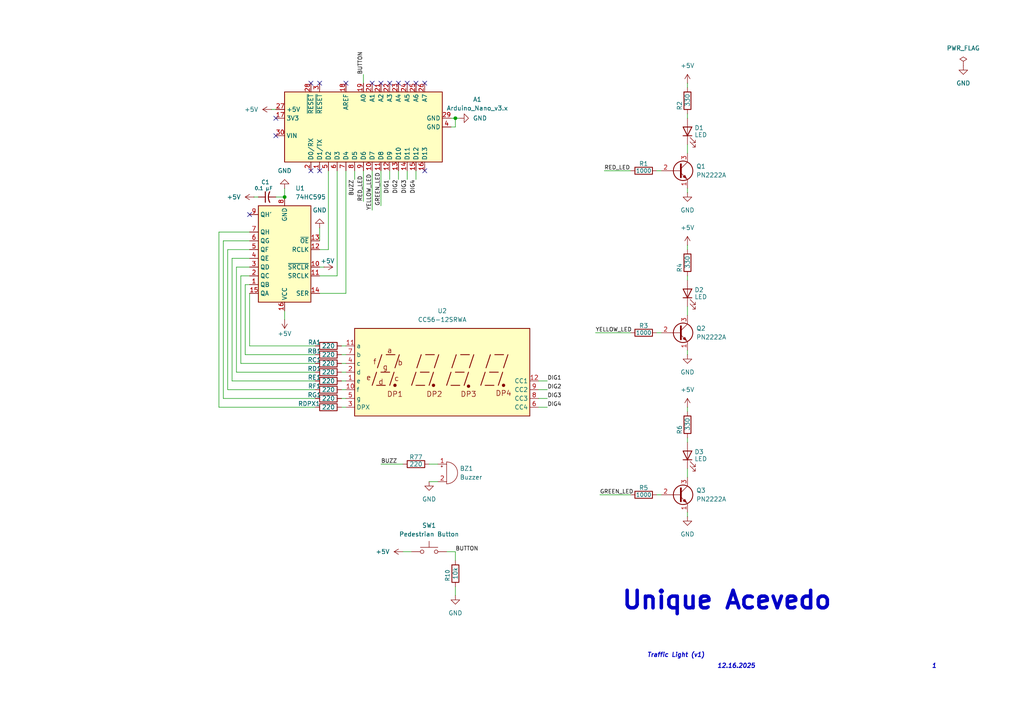
<source format=kicad_sch>
(kicad_sch (version 20250114) (generator "eeschema") (generator_version "9.0")
  (paper "A4")
  (lib_symbols
    (symbol "74xx:74HC595"
      (property "Reference" "U" (at -7.62 13.97 0))
      (property "Value" "74HC595" (at -7.62 -16.51 0))
      (symbol "74HC595_1_0"
        (pin input line (at -10.16 10.16 0) (length 2.54) (name "SER") (number "14"))
        (pin input line (at -10.16 5.08 0) (length 2.54) (name "SRCLK") (number "11"))
        (pin input line (at -10.16 2.54 0) (length 2.54) (name "~{SRCLR}") (number "10"))
        (pin input line (at -10.16 -2.54 0) (length 2.54) (name "RCLK") (number "12"))
        (pin input line (at -10.16 -5.08 0) (length 2.54) (name "~{OE}") (number "13"))
        (pin power_in line (at 0 15.24 270) (length 2.54) (name "VCC") (number "16"))
        (pin power_in line (at 0 -17.78 90) (length 2.54) (name "GND") (number "8"))
        (pin tri_state line (at 10.16 10.16 180) (length 2.54) (name "QA") (number "15"))
        (pin tri_state line (at 10.16 7.62 180) (length 2.54) (name "QB") (number "1"))
        (pin tri_state line (at 10.16 5.08 180) (length 2.54) (name "QC") (number "2"))
        (pin tri_state line (at 10.16 2.54 180) (length 2.54) (name "QD") (number "3"))
        (pin tri_state line (at 10.16 0 180) (length 2.54) (name "QE") (number "4"))
        (pin tri_state line (at 10.16 -2.54 180) (length 2.54) (name "QF") (number "5"))
        (pin tri_state line (at 10.16 -5.08 180) (length 2.54) (name "QG") (number "6"))
        (pin tri_state line (at 10.16 -7.62 180) (length 2.54) (name "QH") (number "7"))
        (pin output line (at 10.16 -12.7 180) (length 2.54) (name "QH'") (number "9"))
      )
      (symbol "74HC595_1_1"
        (rectangle (start -7.62 12.7) (end 7.62 -15.24) (stroke (width 0.254)) (fill (type background)))
      )
    )
    (symbol "Device:Buzzer" (pin_names (offset 0.0254) (hide yes))
      (property "Reference" "BZ" (at 3.81 1.27 0))
      (property "Value" "Buzzer" (at 3.81 -1.27 0))
      (symbol "Buzzer_0_1"
        (polyline (pts (xy -1.651 1.905) (xy -1.143 1.905)))
        (polyline (pts (xy -1.397 2.159) (xy -1.397 1.651)))
        (arc (start 0 3.175) (mid 3.1612 0) (end 0 -3.175))
        (polyline (pts (xy 0 3.175) (xy 0 -3.175)))
      )
      (symbol "Buzzer_1_1"
        (pin passive line (at -2.54 2.54 0) (length 2.54) (name "+") (number "1"))
        (pin passive line (at -2.54 -2.54 0) (length 2.54) (name "-") (number "2"))
      )
    )
    (symbol "Device:C_Small_US" (pin_numbers (hide yes)) (pin_names (offset 0.254) (hide yes))
      (property "Reference" "C" (at 0.254 1.778 0))
      (property "Value" "C_Small_US" (at 0.254 -2.032 0))
      (symbol "C_Small_US_0_1"
        (polyline (pts (xy -1.524 0.508) (xy 1.524 0.508)) (stroke (width 0.3048)))
        (arc (start -1.524 -0.762) (mid 0 -0.3734) (end 1.524 -0.762) (stroke (width 0.3048)))
      )
      (symbol "C_Small_US_1_1"
        (pin passive line (at 0 2.54 270) (length 2.032) (name "~") (number "1"))
        (pin passive line (at 0 -2.54 90) (length 2.032) (name "~") (number "2"))
      )
    )
    (symbol "Device:LED" (pin_numbers (hide yes)) (pin_names (offset 1.016) (hide yes))
      (property "Reference" "D" (at 0 2.54 0))
      (property "Value" "LED" (at 0 -2.54 0))
      (symbol "LED_0_1"
        (polyline (pts (xy -3.048 -0.762) (xy -4.572 -2.286) (xy -3.81 -2.286) (xy -4.572 -2.286) (xy -4.572 -1.524)))
        (polyline (pts (xy -1.778 -0.762) (xy -3.302 -2.286) (xy -2.54 -2.286) (xy -3.302 -2.286) (xy -3.302 -1.524)))
        (polyline (pts (xy -1.27 0) (xy 1.27 0)))
        (polyline (pts (xy -1.27 -1.27) (xy -1.27 1.27)) (stroke (width 0.254)))
        (polyline (pts (xy 1.27 -1.27) (xy 1.27 1.27) (xy -1.27 0) (xy 1.27 -1.27)) (stroke (width 0.254)))
      )
      (symbol "LED_1_1"
        (pin passive line (at -3.81 0 0) (length 2.54) (name "K") (number "1"))
        (pin passive line (at 3.81 0 180) (length 2.54) (name "A") (number "2"))
      )
    )
    (symbol "Device:R" (pin_numbers (hide yes)) (pin_names (offset 0))
      (property "Reference" "R" (at 2.032 0 90))
      (property "Value" "R" (at 0 0 90))
      (symbol "R_0_1"
        (rectangle (start -1.016 -2.54) (end 1.016 2.54) (stroke (width 0.254)))
      )
      (symbol "R_1_1"
        (pin passive line (at 0 3.81 270) (length 1.27) (name "~") (number "1"))
        (pin passive line (at 0 -3.81 90) (length 1.27) (name "~") (number "2"))
      )
    )
    (symbol "Display_Character:CC56-12SRWA"
      (property "Reference" "U" (at -24.13 13.97 0))
      (property "Value" "CC56-12SRWA" (at 17.78 13.97 0))
      (symbol "CC56-12SRWA_0_0"
        (rectangle (start -25.4 12.7) (end 25.4 -12.7) (stroke (width 0.254)) (fill (type background)))
        (polyline (pts (xy -20.32 -3.81) (xy -19.05 0)) (stroke (width 0.254)))
        (polyline (pts (xy -19.05 -3.81) (xy -16.51 -3.81)) (stroke (width 0.254)))
        (polyline (pts (xy -18.796 1.27) (xy -17.526 5.08)) (stroke (width 0.254)))
        (polyline (pts (xy -17.78 0) (xy -15.24 0)) (stroke (width 0.254)))
        (polyline (pts (xy -16.256 5.08) (xy -13.716 5.08)) (stroke (width 0.254)))
        (polyline (pts (xy -15.24 -3.81) (xy -13.97 0)) (stroke (width 0.254)))
        (polyline (pts (xy -13.716 1.27) (xy -12.446 5.08)) (stroke (width 0.254)))
        (polyline (pts (xy -8.89 -3.81) (xy -7.62 0)) (stroke (width 0.254)))
        (polyline (pts (xy -7.62 -3.81) (xy -5.08 -3.81)) (stroke (width 0.254)))
        (polyline (pts (xy -7.366 1.27) (xy -6.096 5.08)) (stroke (width 0.254)))
        (polyline (pts (xy -6.35 0) (xy -3.81 0)) (stroke (width 0.254)))
        (polyline (pts (xy -4.826 5.08) (xy -2.286 5.08)) (stroke (width 0.254)))
        (polyline (pts (xy -3.81 -3.81) (xy -2.54 0)) (stroke (width 0.254)))
        (polyline (pts (xy -2.286 1.27) (xy -1.016 5.08)) (stroke (width 0.254)))
        (polyline (pts (xy 1.27 -3.81) (xy 2.54 0)) (stroke (width 0.254)))
        (polyline (pts (xy 2.54 -3.81) (xy 5.08 -3.81)) (stroke (width 0.254)))
        (polyline (pts (xy 2.794 1.27) (xy 4.064 5.08)) (stroke (width 0.254)))
        (polyline (pts (xy 3.81 0) (xy 6.35 0)) (stroke (width 0.254)))
        (polyline (pts (xy 5.334 5.08) (xy 7.874 5.08)) (stroke (width 0.254)))
        (polyline (pts (xy 6.35 -3.81) (xy 7.62 0)) (stroke (width 0.254)))
        (polyline (pts (xy 7.874 1.27) (xy 9.144 5.08)) (stroke (width 0.254)))
        (polyline (pts (xy 11.176 -3.81) (xy 12.446 0)) (stroke (width 0.254)))
        (polyline (pts (xy 12.446 -3.81) (xy 14.986 -3.81)) (stroke (width 0.254)))
        (polyline (pts (xy 12.7 1.27) (xy 13.97 5.08)) (stroke (width 0.254)))
        (polyline (pts (xy 13.716 0) (xy 16.256 0)) (stroke (width 0.254)))
        (polyline (pts (xy 15.24 5.08) (xy 17.78 5.08)) (stroke (width 0.254)))
        (polyline (pts (xy 16.256 -3.81) (xy 17.526 0)) (stroke (width 0.254)))
        (polyline (pts (xy 17.78 1.27) (xy 19.05 5.08)) (stroke (width 0.254)))
        (text "e" (at -21.336 -1.524 0) (effects (font (size 1.524 1.524))))
        (text "f" (at -19.558 3.048 0) (effects (font (size 1.524 1.524))))
        (text "d" (at -17.78 -2.794 0) (effects (font (size 1.524 1.524))))
        (text "g" (at -16.51 1.524 0) (effects (font (size 1.524 1.524))))
        (text "a" (at -15.24 6.35 0) (effects (font (size 1.524 1.524))))
        (text "DP1" (at -13.716 -6.35 0) (effects (font (size 1.524 1.524))))
        (text "c" (at -13.208 -1.778 0) (effects (font (size 1.524 1.524))))
        (text "b" (at -12.192 2.794 0) (effects (font (size 1.524 1.524))))
        (text "DP2" (at -2.286 -6.35 0) (effects (font (size 1.524 1.524))))
        (text "DP3" (at 7.62 -6.35 0) (effects (font (size 1.524 1.524))))
        (text "DP4" (at 17.78 -6.096 0) (effects (font (size 1.524 1.524))))
      )
      (symbol "CC56-12SRWA_0_1"
        (circle (center -13.716 -3.81) (radius 0.3556) (stroke (width 0.254)) (fill (type outline)))
        (circle (center -2.54 -3.81) (radius 0.3556) (stroke (width 0.254)) (fill (type outline)))
      )
      (symbol "CC56-12SRWA_1_0"
        (circle (center 7.62 -4.064) (radius 0.3556) (stroke (width 0.254)) (fill (type outline)))
        (circle (center 17.78 -3.81) (radius 0.3556) (stroke (width 0.254)) (fill (type outline)))
      )
      (symbol "CC56-12SRWA_1_1"
        (pin input line (at -27.94 7.62 0) (length 2.54) (name "a") (number "11"))
        (pin input line (at -27.94 5.08 0) (length 2.54) (name "b") (number "7"))
        (pin input line (at -27.94 2.54 0) (length 2.54) (name "c") (number "4"))
        (pin input line (at -27.94 0 0) (length 2.54) (name "d") (number "2"))
        (pin input line (at -27.94 -2.54 0) (length 2.54) (name "e") (number "1"))
        (pin input line (at -27.94 -5.08 0) (length 2.54) (name "f") (number "10"))
        (pin input line (at -27.94 -7.62 0) (length 2.54) (name "g") (number "5"))
        (pin input line (at -27.94 -10.16 0) (length 2.54) (name "DPX") (number "3"))
        (pin input line (at 27.94 -2.54 180) (length 2.54) (name "CC1") (number "12"))
        (pin input line (at 27.94 -5.08 180) (length 2.54) (name "CC2") (number "9"))
        (pin input line (at 27.94 -7.62 180) (length 2.54) (name "CC3") (number "8"))
        (pin input line (at 27.94 -10.16 180) (length 2.54) (name "CC4") (number "6"))
      )
    )
    (symbol "MCU_Module:Arduino_Nano_v3.x"
      (property "Reference" "A" (at -10.16 23.495 0))
      (property "Value" "Arduino_Nano_v3.x" (at 5.08 -24.13 0))
      (symbol "Arduino_Nano_v3.x_0_1"
        (rectangle (start -10.16 22.86) (end 10.16 -22.86) (stroke (width 0.254)) (fill (type background)))
      )
      (symbol "Arduino_Nano_v3.x_1_1"
        (pin bidirectional line (at -12.7 15.24 0) (length 2.54) (name "D0/RX") (number "2"))
        (pin bidirectional line (at -12.7 12.7 0) (length 2.54) (name "D1/TX") (number "1"))
        (pin bidirectional line (at -12.7 10.16 0) (length 2.54) (name "D2") (number "5"))
        (pin bidirectional line (at -12.7 7.62 0) (length 2.54) (name "D3") (number "6"))
        (pin bidirectional line (at -12.7 5.08 0) (length 2.54) (name "D4") (number "7"))
        (pin bidirectional line (at -12.7 2.54 0) (length 2.54) (name "D5") (number "8"))
        (pin bidirectional line (at -12.7 0 0) (length 2.54) (name "D6") (number "9"))
        (pin bidirectional line (at -12.7 -2.54 0) (length 2.54) (name "D7") (number "10"))
        (pin bidirectional line (at -12.7 -5.08 0) (length 2.54) (name "D8") (number "11"))
        (pin bidirectional line (at -12.7 -7.62 0) (length 2.54) (name "D9") (number "12"))
        (pin bidirectional line (at -12.7 -10.16 0) (length 2.54) (name "D10") (number "13"))
        (pin bidirectional line (at -12.7 -12.7 0) (length 2.54) (name "D11") (number "14"))
        (pin bidirectional line (at -12.7 -15.24 0) (length 2.54) (name "D12") (number "15"))
        (pin bidirectional line (at -12.7 -17.78 0) (length 2.54) (name "D13") (number "16"))
        (pin power_in line (at -2.54 25.4 270) (length 2.54) (name "VIN") (number "30"))
        (pin power_in line (at 0 -25.4 90) (length 2.54) (name "GND") (number "4"))
        (pin power_out line (at 2.54 25.4 270) (length 2.54) (name "3V3") (number "17"))
        (pin power_in line (at 2.54 -25.4 90) (length 2.54) (name "GND") (number "29"))
        (pin power_out line (at 5.08 25.4 270) (length 2.54) (name "+5V") (number "27"))
        (pin input line (at 12.7 15.24 180) (length 2.54) (name "~{RESET}") (number "28"))
        (pin input line (at 12.7 12.7 180) (length 2.54) (name "~{RESET}") (number "3"))
        (pin input line (at 12.7 5.08 180) (length 2.54) (name "AREF") (number "18"))
        (pin bidirectional line (at 12.7 0 180) (length 2.54) (name "A0") (number "19"))
        (pin bidirectional line (at 12.7 -2.54 180) (length 2.54) (name "A1") (number "20"))
        (pin bidirectional line (at 12.7 -5.08 180) (length 2.54) (name "A2") (number "21"))
        (pin bidirectional line (at 12.7 -7.62 180) (length 2.54) (name "A3") (number "22"))
        (pin bidirectional line (at 12.7 -10.16 180) (length 2.54) (name "A4") (number "23"))
        (pin bidirectional line (at 12.7 -12.7 180) (length 2.54) (name "A5") (number "24"))
        (pin bidirectional line (at 12.7 -15.24 180) (length 2.54) (name "A6") (number "25"))
        (pin bidirectional line (at 12.7 -17.78 180) (length 2.54) (name "A7") (number "26"))
      )
    )
    (symbol "Switch:SW_Push" (pin_numbers (hide yes)) (pin_names (offset 1.016) (hide yes))
      (property "Reference" "SW" (at 1.27 2.54 0))
      (property "Value" "SW_Push" (at 0 -1.524 0))
      (symbol "SW_Push_0_1"
        (circle (center -2.032 0) (radius 0.508))
        (polyline (pts (xy 0 1.27) (xy 0 3.048)))
        (circle (center 2.032 0) (radius 0.508))
        (polyline (pts (xy 2.54 1.27) (xy -2.54 1.27)))
        (pin passive line (at -5.08 0 0) (length 2.54) (name "1") (number "1"))
        (pin passive line (at 5.08 0 180) (length 2.54) (name "2") (number "2"))
      )
    )
    (symbol "Transistor_BJT:PN2222A" (pin_names (offset 0) (hide yes))
      (property "Reference" "Q" (at 5.08 1.905 0))
      (property "Value" "PN2222A" (at 5.08 0 0))
      (symbol "PN2222A_0_1"
        (polyline (pts (xy -2.54 0) (xy 0.635 0)))
        (polyline (pts (xy 0.635 1.905) (xy 0.635 -1.905)) (stroke (width 0.508)))
        (circle (center 1.27 0) (radius 2.8194) (stroke (width 0.254)))
      )
      (symbol "PN2222A_1_1"
        (polyline (pts (xy 0.635 0.635) (xy 2.54 2.54)))
        (polyline (pts (xy 0.635 -0.635) (xy 2.54 -2.54)))
        (polyline (pts (xy 1.27 -1.778) (xy 1.778 -1.27) (xy 2.286 -2.286) (xy 1.27 -1.778)) (fill (type outline)))
        (pin input line (at -5.08 0 0) (length 2.54) (name "B") (number "2"))
        (pin passive line (at 2.54 5.08 270) (length 2.54) (name "C") (number "3"))
        (pin passive line (at 2.54 -5.08 90) (length 2.54) (name "E") (number "1"))
      )
    )
    (symbol "power:+5V" (power) (pin_numbers (hide yes)) (pin_names (offset 0) (hide yes))
      (property "Value" "+5V" (at 0 3.556 0))
      (symbol "+5V_0_1"
        (polyline (pts (xy -0.762 1.27) (xy 0 2.54)))
        (polyline (pts (xy 0 2.54) (xy 0.762 1.27)))
        (polyline (pts (xy 0 0) (xy 0 2.54)))
      )
      (symbol "+5V_1_1"
        (pin power_in line (at 0 0 90) (length 0) (name "~") (number "1"))
      )
    )
    (symbol "power:GND" (power) (pin_numbers (hide yes)) (pin_names (offset 0) (hide yes))
      (property "Value" "GND" (at 0 -3.81 0))
      (symbol "GND_0_1"
        (polyline (pts (xy 0 0) (xy 0 -1.27) (xy 1.27 -1.27) (xy 0 -2.54) (xy -1.27 -1.27) (xy 0 -1.27)))
      )
      (symbol "GND_1_1"
        (pin power_in line (at 0 0 270) (length 0) (name "~") (number "1"))
      )
    )
    (symbol "power:PWR_FLAG" (power) (pin_numbers (hide yes)) (pin_names (offset 0) (hide yes))
      (property "Value" "PWR_FLAG" (at 0 3.81 0))
      (symbol "PWR_FLAG_0_0"
        (pin power_out line (at 0 0 90) (length 0) (name "~") (number "1"))
      )
      (symbol "PWR_FLAG_0_1"
        (polyline (pts (xy 0 0) (xy 0 1.27) (xy -1.016 1.905) (xy 0 2.54) (xy 1.016 1.905) (xy 0 1.27)))
      )
    )
  )
  (text_box "Traffic Light (v1)" (at 186.69 187.96 0) (size 93.98 3.81) (margins 0.9525 0.9525 0.9525 0.9525) (stroke (width -0.0001)) (effects (font (size 1.27 1.27) (thickness 0.254) (bold yes) (italic yes)) (justify left)))
  (text_box "Unique Acevedo" (at 179.07 167.64 0) (size 104.14 12.7) (margins 0.9525 0.9525 0.9525 0.9525) (stroke (width -0.0001)) (effects (font (size 5.08 5.08) (thickness 1.016) (bold yes)) (justify left)))
  (text_box "1" (at 269.24 191.77 0) (size 5.08 2.54) (margins 0.9525 0.9525 0.9525 0.9525) (stroke (width -0.0001)) (effects (font (size 1.27 1.27) (thickness 0.254) (bold yes) (italic yes)) (justify left)))
  (text_box "12.16.2025" (at 207.01 191.77 0) (size 26.67 2.54) (margins 0.9525 0.9525 0.9525 0.9525) (stroke (width -0.0001)) (effects (font (size 1.27 1.27) (thickness 0.254) (bold yes) (italic yes)) (justify left)))
  (junction (at 82.55 57.15))
  (junction (at 132.08 34.29))
  (no_connect (at 123.19 49.53))
  (no_connect (at 118.11 24.13))
  (no_connect (at 90.17 24.13))
  (no_connect (at 92.71 49.53))
  (no_connect (at 113.03 24.13))
  (no_connect (at 80.01 39.37))
  (no_connect (at 120.65 24.13))
  (no_connect (at 90.17 49.53))
  (no_connect (at 100.33 24.13))
  (no_connect (at 107.95 24.13))
  (no_connect (at 80.01 34.29))
  (no_connect (at 72.39 62.23))
  (no_connect (at 92.71 24.13))
  (no_connect (at 110.49 24.13))
  (no_connect (at 123.19 24.13))
  (no_connect (at 115.57 24.13))
  (wire (pts (xy 82.55 90.17) (xy 82.55 92.71)))
  (wire (pts (xy 156.21 115.57) (xy 158.75 115.57)))
  (wire (pts (xy 69.85 105.41) (xy 91.44 105.41)))
  (wire (pts (xy 107.95 49.53) (xy 107.95 60.96)))
  (wire (pts (xy 110.49 49.53) (xy 110.49 59.69)))
  (wire (pts (xy 69.85 80.01) (xy 69.85 105.41)))
  (wire (pts (xy 72.39 100.33) (xy 91.44 100.33)))
  (wire (pts (xy 190.5 49.53) (xy 191.77 49.53)))
  (wire (pts (xy 190.5 96.52) (xy 191.77 96.52)))
  (wire (pts (xy 100.33 85.09) (xy 100.33 49.53)))
  (wire (pts (xy 80.01 57.15) (xy 82.55 57.15)))
  (wire (pts (xy 132.08 170.18) (xy 132.08 172.72)))
  (wire (pts (xy 99.06 102.87) (xy 100.33 102.87)))
  (wire (pts (xy 67.31 74.93) (xy 67.31 110.49)))
  (wire (pts (xy 124.46 134.62) (xy 127 134.62)))
  (wire (pts (xy 99.06 115.57) (xy 100.33 115.57)))
  (wire (pts (xy 99.06 110.49) (xy 100.33 110.49)))
  (wire (pts (xy 63.5 118.11) (xy 91.44 118.11)))
  (wire (pts (xy 116.84 160.02) (xy 119.38 160.02)))
  (wire (pts (xy 71.12 102.87) (xy 91.44 102.87)))
  (wire (pts (xy 129.54 160.02) (xy 132.08 160.02)))
  (wire (pts (xy 72.39 85.09) (xy 72.39 100.33)))
  (wire (pts (xy 124.46 139.7) (xy 127 139.7)))
  (wire (pts (xy 82.55 54.61) (xy 82.55 57.15)))
  (wire (pts (xy 72.39 80.01) (xy 69.85 80.01)))
  (wire (pts (xy 92.71 77.47) (xy 93.98 77.47)))
  (wire (pts (xy 72.39 77.47) (xy 68.58 77.47)))
  (wire (pts (xy 173.99 143.51) (xy 182.88 143.51)))
  (wire (pts (xy 199.39 71.12) (xy 199.39 72.39)))
  (wire (pts (xy 113.03 49.53) (xy 113.03 52.07)))
  (wire (pts (xy 110.49 134.62) (xy 116.84 134.62)))
  (wire (pts (xy 63.5 67.31) (xy 63.5 118.11)))
  (wire (pts (xy 67.31 110.49) (xy 91.44 110.49)))
  (wire (pts (xy 78.74 31.75) (xy 80.01 31.75)))
  (wire (pts (xy 99.06 105.41) (xy 100.33 105.41)))
  (wire (pts (xy 92.71 80.01) (xy 97.79 80.01)))
  (wire (pts (xy 199.39 127) (xy 199.39 128.27)))
  (wire (pts (xy 199.39 80.01) (xy 199.39 81.28)))
  (wire (pts (xy 115.57 49.53) (xy 115.57 52.07)))
  (wire (pts (xy 95.25 72.39) (xy 95.25 49.53)))
  (wire (pts (xy 130.81 36.83) (xy 132.08 36.83)))
  (wire (pts (xy 156.21 110.49) (xy 158.75 110.49)))
  (wire (pts (xy 118.11 49.53) (xy 118.11 52.07)))
  (wire (pts (xy 199.39 118.11) (xy 199.39 119.38)))
  (wire (pts (xy 105.41 49.53) (xy 105.41 58.42)))
  (wire (pts (xy 99.06 100.33) (xy 100.33 100.33)))
  (wire (pts (xy 199.39 101.6) (xy 199.39 102.87)))
  (wire (pts (xy 72.39 82.55) (xy 71.12 82.55)))
  (wire (pts (xy 105.41 21.59) (xy 105.41 24.13)))
  (wire (pts (xy 72.39 74.93) (xy 67.31 74.93)))
  (wire (pts (xy 199.39 41.91) (xy 199.39 44.45)))
  (wire (pts (xy 132.08 36.83) (xy 132.08 34.29)))
  (wire (pts (xy 71.12 82.55) (xy 71.12 102.87)))
  (wire (pts (xy 92.71 85.09) (xy 100.33 85.09)))
  (wire (pts (xy 130.81 34.29) (xy 132.08 34.29)))
  (wire (pts (xy 72.39 69.85) (xy 64.77 69.85)))
  (wire (pts (xy 92.71 66.04) (xy 92.71 69.85)))
  (wire (pts (xy 72.39 72.39) (xy 66.04 72.39)))
  (wire (pts (xy 99.06 118.11) (xy 100.33 118.11)))
  (wire (pts (xy 73.66 57.15) (xy 74.93 57.15)))
  (wire (pts (xy 120.65 49.53) (xy 120.65 52.07)))
  (wire (pts (xy 156.21 118.11) (xy 158.75 118.11)))
  (wire (pts (xy 132.08 160.02) (xy 132.08 162.56)))
  (wire (pts (xy 64.77 115.57) (xy 91.44 115.57)))
  (wire (pts (xy 132.08 34.29) (xy 133.35 34.29)))
  (wire (pts (xy 99.06 107.95) (xy 100.33 107.95)))
  (wire (pts (xy 102.87 49.53) (xy 102.87 52.07)))
  (wire (pts (xy 68.58 77.47) (xy 68.58 107.95)))
  (wire (pts (xy 99.06 113.03) (xy 100.33 113.03)))
  (wire (pts (xy 199.39 54.61) (xy 199.39 55.88)))
  (wire (pts (xy 199.39 33.02) (xy 199.39 34.29)))
  (wire (pts (xy 92.71 72.39) (xy 95.25 72.39)))
  (wire (pts (xy 199.39 135.89) (xy 199.39 138.43)))
  (wire (pts (xy 156.21 113.03) (xy 158.75 113.03)))
  (wire (pts (xy 68.58 107.95) (xy 91.44 107.95)))
  (wire (pts (xy 172.72 96.52) (xy 182.88 96.52)))
  (wire (pts (xy 97.79 80.01) (xy 97.79 49.53)))
  (wire (pts (xy 63.5 67.31) (xy 72.39 67.31)))
  (wire (pts (xy 199.39 88.9) (xy 199.39 91.44)))
  (wire (pts (xy 175.26 49.53) (xy 182.88 49.53)))
  (wire (pts (xy 66.04 113.03) (xy 91.44 113.03)))
  (wire (pts (xy 199.39 148.59) (xy 199.39 149.86)))
  (wire (pts (xy 64.77 69.85) (xy 64.77 115.57)))
  (wire (pts (xy 190.5 143.51) (xy 191.77 143.51)))
  (wire (pts (xy 199.39 24.13) (xy 199.39 25.4)))
  (wire (pts (xy 66.04 72.39) (xy 66.04 113.03)))
  (label "DIG4" (at 120.65 52.07 270) (effects (font (size 1.143 1.143))))
  (label "YELLOW_LED" (at 107.95 60.96 90) (effects (font (size 1.143 1.143))))
  (label "RED_LED" (at 105.41 58.42 90) (effects (font (size 1.143 1.143))))
  (label "BUTTON" (at 132.08 160.02 0) (effects (font (size 1.143 1.143))))
  (label "DIG4" (at 158.75 118.11 0) (effects (font (size 1.143 1.143))))
  (label "DIG1" (at 113.03 52.07 270) (effects (font (size 1.143 1.143))))
  (label "BUTTON" (at 105.41 21.59 90) (effects (font (size 1.143 1.143))))
  (label "DIG3" (at 118.11 52.07 270) (effects (font (size 1.143 1.143))))
  (label "DIG1" (at 158.75 110.49 0) (effects (font (size 1.143 1.143))))
  (label "BUZZ" (at 110.49 134.62 0) (effects (font (size 1.143 1.143))))
  (label "GREEN_LED" (at 173.99 143.51 0) (effects (font (size 1.143 1.143))))
  (label "DIG3" (at 158.75 115.57 0) (effects (font (size 1.143 1.143))))
  (label "DIG2" (at 115.57 52.07 270) (effects (font (size 1.143 1.143))))
  (label "RED_LED" (at 175.26 49.53 0) (effects (font (size 1.143 1.143))))
  (label "BUZZ" (at 102.87 52.07 270) (effects (font (size 1.143 1.143))))
  (label "DIG2" (at 158.75 113.03 0) (effects (font (size 1.143 1.143))))
  (label "GREEN_LED" (at 110.49 59.69 90) (effects (font (size 1.143 1.143))))
  (label "YELLOW_LED" (at 172.72 96.52 0) (effects (font (size 1.143 1.143))))
  (symbol (lib_id "power:GND") (at 199.39 55.88 0) (unit 1)
    (property "Reference" "#PWR08" (effects (hide yes)))
    (property "Value" "GND" (at 199.39 60.96 0))
    (property "Description" "Power symbol creates a global label with name \"GND\" , ground" (effects (hide yes)))
  )
  (symbol (lib_id "MCU_Module:Arduino_Nano_v3.x") (at 105.41 36.83 90) (unit 1)
    (property "Reference" "A1" (at 138.43 28.8446 90))
    (property "Value" "Arduino_Nano_v3.x" (at 138.43 31.3846 90))
    (property "Footprint" "Module:Arduino_Nano_WithMountingHoles" (effects (hide yes)))
    (property "Datasheet" "http://www.mouser.com/pdfdocs/Gravitech_Arduino_Nano3_0.pdf" (effects (hide yes)))
    (property "Description" "Arduino Nano v3.x" (effects (hide yes)))
  )
  (symbol (lib_id "power:+5V") (at 93.98 77.47 270) (unit 1)
    (property "Reference" "#PWR06" (effects (hide yes)))
    (property "Value" "+5V" (at 92.964 75.692 90) (effects (justify left)))
    (property "Description" "Power symbol creates a global label with name \"+5V\"" (effects (hide yes)))
  )
  (symbol (lib_id "power:GND") (at 133.35 34.29 90) (unit 1)
    (property "Reference" "#PWR02" (effects (hide yes)))
    (property "Value" "GND" (at 137.16 34.2899 90) (effects (justify right)))
    (property "Description" "Power symbol creates a global label with name \"GND\" , ground" (effects (hide yes)))
  )
  (symbol (lib_id "Device:LED") (at 199.39 85.09 90) (unit 1)
    (property "Reference" "D2" (at 201.422 84.074 90) (effects (justify right)))
    (property "Value" "LED" (at 201.422 86.106 90) (effects (justify right)))
    (property "Footprint" "LED_THT:LED_D5.0mm" (effects (hide yes)))
    (property "Description" "Light emitting diode" (effects (hide yes)))
    (property "Sim.Pins" "1=K 2=A" (effects (hide yes)))
  )
  (symbol (lib_id "power:PWR_FLAG") (at 279.4 19.05 0) (unit 1)
    (property "Reference" "#FLG01" (effects (hide yes)))
    (property "Value" "PWR_FLAG" (at 279.4 13.97 0))
    (property "Description" "Special symbol for telling ERC where power comes from" (effects (hide yes)))
  )
  (symbol (lib_id "power:GND") (at 82.55 54.61 180) (unit 1)
    (property "Reference" "#PWR04" (effects (hide yes)))
    (property "Value" "GND" (at 82.55 49.53 0))
    (property "Description" "Power symbol creates a global label with name \"GND\" , ground" (effects (hide yes)))
  )
  (symbol (lib_id "Device:R") (at 95.25 105.41 90) (unit 1)
    (property "Reference" "RC1" (at 91.186 104.394 90))
    (property "Value" "220" (at 95.25 105.41 90))
    (property "Footprint" "Resistor_THT:R_Axial_DIN0207_L6.3mm_D2.5mm_P10.16mm_Horizontal" (effects (hide yes)))
    (property "Description" "Resistor" (effects (hide yes)))
  )
  (symbol (lib_id "Device:R") (at 95.25 102.87 90) (unit 1)
    (property "Reference" "RB1" (at 91.186 101.854 90))
    (property "Value" "220" (at 95.25 102.87 90))
    (property "Footprint" "Resistor_THT:R_Axial_DIN0207_L6.3mm_D2.5mm_P10.16mm_Horizontal" (effects (hide yes)))
    (property "Description" "Resistor" (effects (hide yes)))
  )
  (symbol (lib_id "Transistor_BJT:PN2222A") (at 196.85 143.51 0) (unit 1)
    (property "Reference" "Q3" (at 201.93 142.2399 0) (effects (justify left)))
    (property "Value" "PN2222A" (at 201.93 144.7799 0) (effects (justify left)))
    (property "Footprint" "Package_TO_SOT_THT:TO-92_Inline" (effects (hide yes)))
    (property "Datasheet" "https://www.onsemi.com/pub/Collateral/PN2222-D.PDF" (effects (hide yes)))
    (property "Description" "1A Ic, 40V Vce, NPN Transistor, General Purpose Transistor, TO-92" (effects (hide yes)))
  )
  (symbol (lib_id "power:+5V") (at 78.74 31.75 90) (unit 1)
    (property "Reference" "#PWR01" (effects (hide yes)))
    (property "Value" "+5V" (at 74.93 31.7499 90) (effects (justify left)))
    (property "Description" "Power symbol creates a global label with name \"+5V\"" (effects (hide yes)))
  )
  (symbol (lib_id "Device:R") (at 186.69 143.51 90) (unit 1)
    (property "Reference" "R5" (at 186.69 141.478 90))
    (property "Value" "1000" (at 186.69 143.51 90) (effects (font (size 1.143 1.143))))
    (property "Footprint" "Resistor_THT:R_Axial_DIN0207_L6.3mm_D2.5mm_P10.16mm_Horizontal" (effects (hide yes)))
    (property "Description" "Resistor" (effects (hide yes)))
  )
  (symbol (lib_id "Device:R") (at 95.25 115.57 90) (unit 1)
    (property "Reference" "RG1" (at 91.186 114.554 90))
    (property "Value" "220" (at 95.25 115.57 90))
    (property "Footprint" "Resistor_THT:R_Axial_DIN0207_L6.3mm_D2.5mm_P10.16mm_Horizontal" (effects (hide yes)))
    (property "Description" "Resistor" (effects (hide yes)))
  )
  (symbol (lib_id "power:+5V") (at 73.66 57.15 90) (unit 1)
    (property "Reference" "#PWR07" (effects (hide yes)))
    (property "Value" "+5V" (at 69.85 57.1499 90) (effects (justify left)))
    (property "Description" "Power symbol creates a global label with name \"+5V\"" (effects (hide yes)))
  )
  (symbol (lib_id "Device:LED") (at 199.39 132.08 90) (unit 1)
    (property "Reference" "D3" (at 201.422 131.064 90) (effects (justify right)))
    (property "Value" "LED" (at 201.422 133.096 90) (effects (justify right)))
    (property "Footprint" "LED_THT:LED_D5.0mm" (effects (hide yes)))
    (property "Description" "Light emitting diode" (effects (hide yes)))
    (property "Sim.Pins" "1=K 2=A" (effects (hide yes)))
  )
  (symbol (lib_id "74xx:74HC595") (at 82.55 74.93 180) (unit 1)
    (property "Reference" "U1" (at 85.6681 54.61 0) (effects (justify right)))
    (property "Value" "74HC595" (at 85.6681 57.15 0) (effects (justify right)))
    (property "Footprint" "Package_DIP:DIP-16_W7.62mm" (effects (hide yes)))
    (property "Datasheet" "http://www.ti.com/lit/ds/symlink/sn74hc595.pdf" (effects (hide yes)))
    (property "Description" "8-bit serial in/out Shift Register 3-State Outputs" (effects (hide yes)))
  )
  (symbol (lib_id "power:GND") (at 199.39 102.87 0) (unit 1)
    (property "Reference" "#PWR011" (effects (hide yes)))
    (property "Value" "GND" (at 199.39 107.95 0))
    (property "Description" "Power symbol creates a global label with name \"GND\" , ground" (effects (hide yes)))
  )
  (symbol (lib_id "Transistor_BJT:PN2222A") (at 196.85 49.53 0) (unit 1)
    (property "Reference" "Q1" (at 201.93 48.2599 0) (effects (justify left)))
    (property "Value" "PN2222A" (at 201.93 50.7999 0) (effects (justify left)))
    (property "Footprint" "Package_TO_SOT_THT:TO-92_Inline" (effects (hide yes)))
    (property "Datasheet" "https://www.onsemi.com/pub/Collateral/PN2222-D.PDF" (effects (hide yes)))
    (property "Description" "1A Ic, 40V Vce, NPN Transistor, General Purpose Transistor, TO-92" (effects (hide yes)))
  )
  (symbol (lib_id "power:GND") (at 279.4 19.05 0) (unit 1)
    (property "Reference" "#PWR017" (effects (hide yes)))
    (property "Value" "GND" (at 279.4 24.13 0))
    (property "Description" "Power symbol creates a global label with name \"GND\" , ground" (effects (hide yes)))
  )
  (symbol (lib_id "power:+5V") (at 199.39 118.11 0) (unit 1)
    (property "Reference" "#PWR012" (effects (hide yes)))
    (property "Value" "+5V" (at 199.39 113.03 0))
    (property "Description" "Power symbol creates a global label with name \"+5V\"" (effects (hide yes)))
  )
  (symbol (lib_id "power:+5V") (at 82.55 92.71 180) (unit 1)
    (property "Reference" "#PWR03" (effects (hide yes)))
    (property "Value" "+5V" (at 82.55 96.774 0))
    (property "Description" "Power symbol creates a global label with name \"+5V\"" (effects (hide yes)))
  )
  (symbol (lib_id "Device:Buzzer") (at 129.54 137.16 0) (unit 1)
    (property "Reference" "BZ1" (at 133.35 135.8899 0) (effects (justify left)))
    (property "Value" "Buzzer" (at 133.35 138.4299 0) (effects (justify left)))
    (property "Footprint" "Buzzer_Beeper:Buzzer_12x9.5RM7.6" (effects (hide yes)))
    (property "Description" "Buzzer, polarized" (effects (hide yes)))
  )
  (symbol (lib_id "Device:R") (at 95.25 107.95 90) (unit 1)
    (property "Reference" "RD1" (at 91.186 106.934 90))
    (property "Value" "220" (at 95.25 107.95 90))
    (property "Footprint" "Resistor_THT:R_Axial_DIN0207_L6.3mm_D2.5mm_P10.16mm_Horizontal" (effects (hide yes)))
    (property "Description" "Resistor" (effects (hide yes)))
  )
  (symbol (lib_id "Device:R") (at 132.08 166.37 0) (unit 1)
    (property "Reference" "R10" (at 129.794 168.656 90) (effects (font (size 1.143 1.143)) (justify left)))
    (property "Value" "10k" (at 132.08 168.148 90) (effects (justify left)))
    (property "Footprint" "Resistor_THT:R_Axial_DIN0207_L6.3mm_D2.5mm_P10.16mm_Horizontal" (effects (hide yes)))
    (property "Description" "Resistor" (effects (hide yes)))
  )
  (symbol (lib_id "Transistor_BJT:PN2222A") (at 196.85 96.52 0) (unit 1)
    (property "Reference" "Q2" (at 201.93 95.2499 0) (effects (justify left)))
    (property "Value" "PN2222A" (at 201.93 97.7899 0) (effects (justify left)))
    (property "Footprint" "Package_TO_SOT_THT:TO-92_Inline" (effects (hide yes)))
    (property "Datasheet" "https://www.onsemi.com/pub/Collateral/PN2222-D.PDF" (effects (hide yes)))
    (property "Description" "1A Ic, 40V Vce, NPN Transistor, General Purpose Transistor, TO-92" (effects (hide yes)))
  )
  (symbol (lib_id "Device:R") (at 120.65 134.62 90) (unit 1)
    (property "Reference" "R77" (at 120.65 132.588 90))
    (property "Value" "220" (at 120.65 134.62 90))
    (property "Footprint" "Resistor_THT:R_Axial_DIN0207_L6.3mm_D2.5mm_P10.16mm_Horizontal" (effects (hide yes)))
    (property "Description" "Resistor" (effects (hide yes)))
  )
  (symbol (lib_id "power:+5V") (at 116.84 160.02 90) (unit 1)
    (property "Reference" "#PWR015" (effects (hide yes)))
    (property "Value" "+5V" (at 113.03 160.0199 90) (effects (justify left)))
    (property "Description" "Power symbol creates a global label with name \"+5V\"" (effects (hide yes)))
  )
  (symbol (lib_id "Device:LED") (at 199.39 38.1 90) (unit 1)
    (property "Reference" "D1" (at 201.422 37.084 90) (effects (justify right)))
    (property "Value" "LED" (at 201.422 39.116 90) (effects (justify right)))
    (property "Footprint" "LED_THT:LED_D5.0mm" (effects (hide yes)))
    (property "Description" "Light emitting diode" (effects (hide yes)))
    (property "Sim.Pins" "1=K 2=A" (effects (hide yes)))
  )
  (symbol (lib_id "power:+5V") (at 199.39 71.12 0) (unit 1)
    (property "Reference" "#PWR010" (effects (hide yes)))
    (property "Value" "+5V" (at 199.39 66.04 0))
    (property "Description" "Power symbol creates a global label with name \"+5V\"" (effects (hide yes)))
  )
  (symbol (lib_id "Device:R") (at 95.25 113.03 90) (unit 1)
    (property "Reference" "RF1" (at 91.186 112.014 90))
    (property "Value" "220" (at 95.25 113.03 90))
    (property "Footprint" "Resistor_THT:R_Axial_DIN0207_L6.3mm_D2.5mm_P10.16mm_Horizontal" (effects (hide yes)))
    (property "Description" "Resistor" (effects (hide yes)))
  )
  (symbol (lib_id "Device:R") (at 95.25 118.11 90) (unit 1)
    (property "Reference" "RDPX1" (at 89.662 117.094 90))
    (property "Value" "220" (at 95.25 118.11 90))
    (property "Footprint" "Resistor_THT:R_Axial_DIN0207_L6.3mm_D2.5mm_P10.16mm_Horizontal" (effects (hide yes)))
    (property "Description" "Resistor" (effects (hide yes)))
  )
  (symbol (lib_id "Device:R") (at 199.39 76.2 0) (unit 1)
    (property "Reference" "R4" (at 197.104 78.994 90) (effects (justify left)))
    (property "Value" "330" (at 199.39 77.978 90) (effects (justify left)))
    (property "Footprint" "Resistor_THT:R_Axial_DIN0207_L6.3mm_D2.5mm_P10.16mm_Horizontal" (effects (hide yes)))
    (property "Description" "Resistor" (effects (hide yes)))
  )
  (symbol (lib_id "power:GND") (at 132.08 172.72 0) (unit 1)
    (property "Reference" "#PWR016" (effects (hide yes)))
    (property "Value" "GND" (at 132.08 177.8 0))
    (property "Description" "Power symbol creates a global label with name \"GND\" , ground" (effects (hide yes)))
  )
  (symbol (lib_id "power:GND") (at 92.71 66.04 180) (unit 1)
    (property "Reference" "#PWR05" (effects (hide yes)))
    (property "Value" "GND" (at 92.71 60.96 0))
    (property "Description" "Power symbol creates a global label with name \"GND\" , ground" (effects (hide yes)))
  )
  (symbol (lib_id "Device:R") (at 186.69 96.52 90) (unit 1)
    (property "Reference" "R3" (at 186.69 94.488 90))
    (property "Value" "1000" (at 186.69 96.52 90) (effects (font (size 1.143 1.143))))
    (property "Footprint" "Resistor_THT:R_Axial_DIN0207_L6.3mm_D2.5mm_P10.16mm_Horizontal" (effects (hide yes)))
    (property "Description" "Resistor" (effects (hide yes)))
  )
  (symbol (lib_id "Switch:SW_Push") (at 124.46 160.02 0) (unit 1)
    (property "Reference" "SW1" (at 124.46 152.4 0))
    (property "Value" "Pedestrian Button" (at 124.46 154.94 0))
    (property "Footprint" "Button_Switch_THT:SW_PUSH_6mm_H5mm" (effects (hide yes)))
    (property "Description" "Push button switch, generic, two pins" (effects (hide yes)))
  )
  (symbol (lib_id "Device:R") (at 95.25 100.33 90) (unit 1)
    (property "Reference" "RA1" (at 91.186 99.314 90))
    (property "Value" "220" (at 95.25 100.33 90))
    (property "Footprint" "Resistor_THT:R_Axial_DIN0207_L6.3mm_D2.5mm_P10.16mm_Horizontal" (effects (hide yes)))
    (property "Description" "Resistor" (effects (hide yes)))
  )
  (symbol (lib_id "Device:R") (at 186.69 49.53 90) (unit 1)
    (property "Reference" "R1" (at 186.69 47.498 90))
    (property "Value" "1000" (at 186.69 49.53 90) (effects (font (size 1.143 1.143))))
    (property "Footprint" "Resistor_THT:R_Axial_DIN0207_L6.3mm_D2.5mm_P10.16mm_Horizontal" (effects (hide yes)))
    (property "Description" "Resistor" (effects (hide yes)))
  )
  (symbol (lib_id "Device:C_Small_US") (at 77.47 57.15 90) (unit 1)
    (property "Reference" "C1" (at 76.962 52.832 90) (effects (font (size 1.143 1.143))))
    (property "Value" "0.1 µF" (at 76.454 54.61 90) (effects (font (size 1.016 1.016))))
    (property "Footprint" "Capacitor_THT:C_Disc_D5.0mm_W2.5mm_P2.50mm" (effects (hide yes)))
    (property "Description" "capacitor, small US symbol" (effects (hide yes)))
  )
  (symbol (lib_id "Device:R") (at 95.25 110.49 90) (unit 1)
    (property "Reference" "RE1" (at 91.186 109.474 90))
    (property "Value" "220" (at 95.25 110.49 90))
    (property "Footprint" "Resistor_THT:R_Axial_DIN0207_L6.3mm_D2.5mm_P10.16mm_Horizontal" (effects (hide yes)))
    (property "Description" "Resistor" (effects (hide yes)))
  )
  (symbol (lib_id "Display_Character:CC56-12SRWA") (at 128.27 107.95 0) (unit 1)
    (property "Reference" "U2" (at 128.27 90.17 0))
    (property "Value" "CC56-12SRWA" (at 128.27 92.71 0))
    (property "Footprint" "Display_7Segment:CA56-12SRWA" (effects (hide yes)))
    (property "Datasheet" "http://www.kingbrightusa.com/images/catalog/SPEC/CC56-12SRWA.pdf" (effects (hide yes)))
    (property "Description" "4 digit 7 segment super bright red LED, common cathode" (effects (hide yes)))
  )
  (symbol (lib_id "Device:R") (at 199.39 123.19 0) (unit 1)
    (property "Reference" "R6" (at 197.104 125.984 90) (effects (justify left)))
    (property "Value" "330" (at 199.39 124.968 90) (effects (justify left)))
    (property "Footprint" "Resistor_THT:R_Axial_DIN0207_L6.3mm_D2.5mm_P10.16mm_Horizontal" (effects (hide yes)))
    (property "Description" "Resistor" (effects (hide yes)))
  )
  (symbol (lib_id "power:+5V") (at 199.39 24.13 0) (unit 1)
    (property "Reference" "#PWR09" (effects (hide yes)))
    (property "Value" "+5V" (at 199.39 19.05 0))
    (property "Description" "Power symbol creates a global label with name \"+5V\"" (effects (hide yes)))
  )
  (symbol (lib_id "power:GND") (at 199.39 149.86 0) (unit 1)
    (property "Reference" "#PWR013" (effects (hide yes)))
    (property "Value" "GND" (at 199.39 154.94 0))
    (property "Description" "Power symbol creates a global label with name \"GND\" , ground" (effects (hide yes)))
  )
  (symbol (lib_id "power:GND") (at 124.46 139.7 0) (unit 1)
    (property "Reference" "#PWR014" (effects (hide yes)))
    (property "Value" "GND" (at 124.46 144.78 0))
    (property "Description" "Power symbol creates a global label with name \"GND\" , ground" (effects (hide yes)))
  )
  (symbol (lib_id "Device:R") (at 199.39 29.21 0) (unit 1)
    (property "Reference" "R2" (at 197.104 32.004 90) (effects (justify left)))
    (property "Value" "330" (at 199.39 30.988 90) (effects (justify left)))
    (property "Footprint" "Resistor_THT:R_Axial_DIN0207_L6.3mm_D2.5mm_P10.16mm_Horizontal" (effects (hide yes)))
    (property "Description" "Resistor" (effects (hide yes)))
  )
)
</source>
